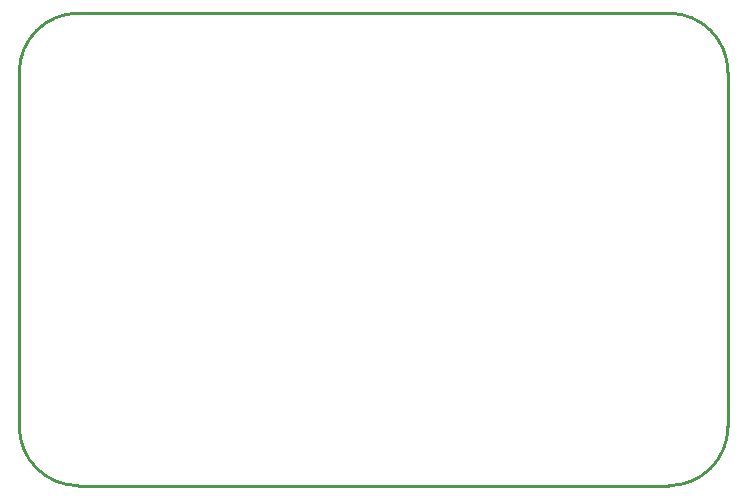
<source format=gko>
G04 Layer: BoardOutlineLayer*
G04 EasyEDA v6.5.34, 2023-08-13 08:00:09*
G04 3ef975804e8146baa9bbefacfd0b45dc,794d3a8cdbfe417db23b3599569a6dff,10*
G04 Gerber Generator version 0.2*
G04 Scale: 100 percent, Rotated: No, Reflected: No *
G04 Dimensions in millimeters *
G04 leading zeros omitted , absolute positions ,4 integer and 5 decimal *
%FSLAX45Y45*%
%MOMM*%

%ADD10C,0.2540*%
D10*
X5499988Y-3999992D02*
G01*
X499998Y-3999992D01*
X499998Y0D02*
G01*
X5499988Y0D01*
X5999988Y-499998D02*
G01*
X5999988Y-3499993D01*
X0Y-3499993D02*
G01*
X0Y-499998D01*
G75*
G01*
X499999Y-3999992D02*
G02*
X0Y-3499993I0J499999D01*
G75*
G01*
X0Y-499999D02*
G02*
X499999Y0I499999J0D01*
G75*
G01*
X5499989Y0D02*
G02*
X5999988Y-499999I0J-499999D01*
G75*
G01*
X5999988Y-3499993D02*
G02*
X5499989Y-3999992I-499999J0D01*

%LPD*%
M02*

</source>
